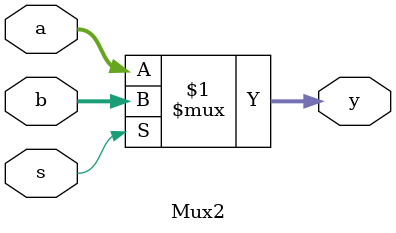
<source format=v>
module Mux2 #(parameter W=32) (

  input  wire [W-1:0] a,

  input  wire [W-1:0] b,

  input  wire         s,

  output wire [W-1:0] y

);

  assign y = s ? b : a;

endmodule

</source>
